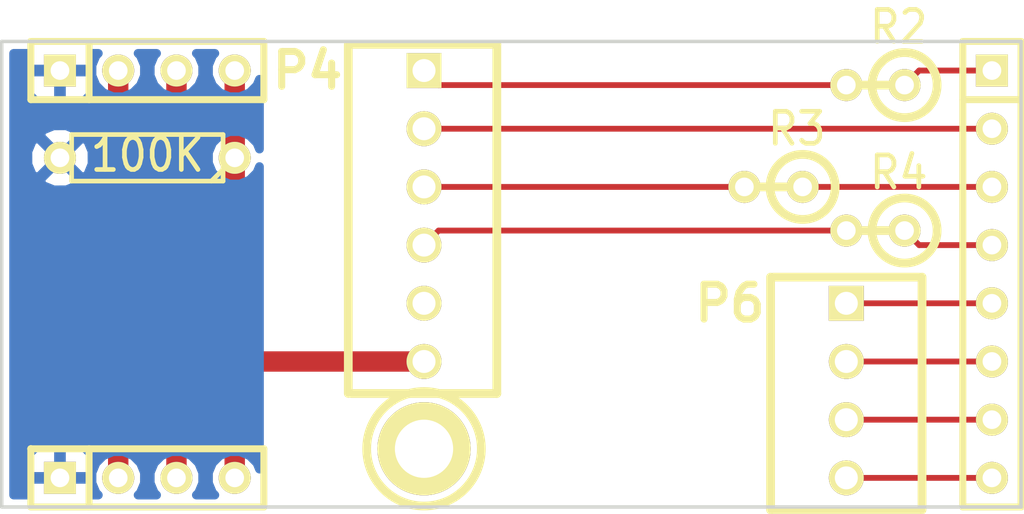
<source format=kicad_pcb>
(kicad_pcb (version 3) (host pcbnew "(2013-07-07 BZR 4022)-stable")

  (general
    (links 18)
    (no_connects 0)
    (area 221.843599 152.39619 267.97127 176.403)
    (thickness 1.6)
    (drawings 4)
    (tracks 21)
    (zones 0)
    (modules 10)
    (nets 16)
  )

  (page A3)
  (layers
    (15 F.Cu signal)
    (0 B.Cu signal)
    (16 B.Adhes user)
    (17 F.Adhes user)
    (18 B.Paste user)
    (19 F.Paste user)
    (20 B.SilkS user)
    (21 F.SilkS user)
    (22 B.Mask user)
    (23 F.Mask user)
    (24 Dwgs.User user)
    (25 Cmts.User user)
    (26 Eco1.User user)
    (27 Eco2.User user)
    (28 Edge.Cuts user)
  )

  (setup
    (last_trace_width 0.889)
    (user_trace_width 0.889)
    (trace_clearance 0.254)
    (zone_clearance 0.254)
    (zone_45_only no)
    (trace_min 0.254)
    (segment_width 0.2)
    (edge_width 0.15)
    (via_size 0.889)
    (via_drill 0.635)
    (via_min_size 0.889)
    (via_min_drill 0.508)
    (uvia_size 0.508)
    (uvia_drill 0.127)
    (uvias_allowed no)
    (uvia_min_size 0.508)
    (uvia_min_drill 0.127)
    (pcb_text_width 0.3)
    (pcb_text_size 1.5 1.5)
    (mod_edge_width 0.15)
    (mod_text_size 1.5 1.5)
    (mod_text_width 0.15)
    (pad_size 1.4 1.4)
    (pad_drill 0.6)
    (pad_to_mask_clearance 0.2)
    (aux_axis_origin 0 0)
    (visible_elements 7FFFFFFF)
    (pcbplotparams
      (layerselection 3178497)
      (usegerberextensions true)
      (excludeedgelayer true)
      (linewidth 0.150000)
      (plotframeref false)
      (viasonmask false)
      (mode 1)
      (useauxorigin false)
      (hpglpennumber 1)
      (hpglpenspeed 20)
      (hpglpendiameter 15)
      (hpglpenoverlay 2)
      (psnegative false)
      (psa4output false)
      (plotreference true)
      (plotvalue true)
      (plotothertext true)
      (plotinvisibletext false)
      (padsonsilk false)
      (subtractmaskfromsilk false)
      (outputformat 1)
      (mirror false)
      (drillshape 1)
      (scaleselection 1)
      (outputdirectory ""))
  )

  (net 0 "")
  (net 1 +12V1)
  (net 2 +5V)
  (net 3 /P0)
  (net 4 /P1)
  (net 5 /P2)
  (net 6 /P3)
  (net 7 /P4)
  (net 8 /P5)
  (net 9 /P6)
  (net 10 /P7)
  (net 11 /SPI_CLK)
  (net 12 /SPI_MOSI)
  (net 13 /SPI_SSEL)
  (net 14 GND)
  (net 15 GNDPWR)

  (net_class Default "This is the default net class."
    (clearance 0.254)
    (trace_width 0.254)
    (via_dia 0.889)
    (via_drill 0.635)
    (uvia_dia 0.508)
    (uvia_drill 0.127)
    (add_net "")
    (add_net +12V1)
    (add_net +5V)
    (add_net /P0)
    (add_net /P1)
    (add_net /P2)
    (add_net /P3)
    (add_net /P4)
    (add_net /P5)
    (add_net /P6)
    (add_net /P7)
    (add_net /SPI_CLK)
    (add_net /SPI_MOSI)
    (add_net /SPI_SSEL)
    (add_net GND)
    (add_net GNDPWR)
  )

  (module SIL-8 (layer F.Cu) (tedit 55B553FB) (tstamp 55B54AF8)
    (at 264.16 165.1 270)
    (descr "Connecteur 8 pins")
    (tags "CONN DEV")
    (path /55B15C94)
    (fp_text reference P5 (at 0 0 270) (layer F.SilkS) hide
      (effects (font (size 1.72974 1.08712) (thickness 0.27178)))
    )
    (fp_text value CONN_8 (at 0 0 270) (layer F.SilkS) hide
      (effects (font (size 1.524 1.016) (thickness 0.254)))
    )
    (fp_line (start -10.16 -1.27) (end 10.16 -1.27) (layer F.SilkS) (width 0.3048))
    (fp_line (start 10.16 -1.27) (end 10.16 1.27) (layer F.SilkS) (width 0.3048))
    (fp_line (start 10.16 1.27) (end -10.16 1.27) (layer F.SilkS) (width 0.3048))
    (fp_line (start -10.16 1.27) (end -10.16 -1.27) (layer F.SilkS) (width 0.3048))
    (fp_line (start -7.62 1.27) (end -7.62 -1.27) (layer F.SilkS) (width 0.3048))
    (pad 1 thru_hole rect (at -8.89 0 270) (size 1.397 1.397) (drill 0.8128)
      (layers *.Cu *.Mask F.SilkS)
      (net 3 /P0)
    )
    (pad 2 thru_hole circle (at -6.35 0 270) (size 1.397 1.397) (drill 0.8128)
      (layers *.Cu *.Mask F.SilkS)
      (net 4 /P1)
    )
    (pad 3 thru_hole circle (at -3.81 0 270) (size 1.397 1.397) (drill 0.8128)
      (layers *.Cu *.Mask F.SilkS)
      (net 5 /P2)
    )
    (pad 4 thru_hole circle (at -1.27 0 270) (size 1.397 1.397) (drill 0.8128)
      (layers *.Cu *.Mask F.SilkS)
      (net 6 /P3)
    )
    (pad 5 thru_hole circle (at 1.27 0 270) (size 1.397 1.397) (drill 0.8128)
      (layers *.Cu *.Mask F.SilkS)
      (net 7 /P4)
    )
    (pad 6 thru_hole circle (at 3.81 0 270) (size 1.397 1.397) (drill 0.8128)
      (layers *.Cu *.Mask F.SilkS)
      (net 8 /P5)
    )
    (pad 7 thru_hole circle (at 6.35 0 270) (size 1.397 1.397) (drill 0.8128)
      (layers *.Cu *.Mask F.SilkS)
      (net 9 /P6)
    )
    (pad 8 thru_hole circle (at 8.89 0 270) (size 1.397 1.397) (drill 0.8128)
      (layers *.Cu *.Mask F.SilkS)
      (net 10 /P7)
    )
  )

  (module SIL-4 (layer F.Cu) (tedit 55B553DA) (tstamp 55B54B07)
    (at 227.33 173.99)
    (descr "Connecteur 4 pibs")
    (tags "CONN DEV")
    (path /55B16234)
    (fp_text reference P2 (at 0 0) (layer F.SilkS) hide
      (effects (font (size 1.73482 1.08712) (thickness 0.27178)))
    )
    (fp_text value CONN_4 (at 0 0) (layer F.SilkS) hide
      (effects (font (size 1.524 1.016) (thickness 0.3048)))
    )
    (fp_line (start -5.08 -1.27) (end -5.08 -1.27) (layer F.SilkS) (width 0.3048))
    (fp_line (start -5.08 1.27) (end -5.08 -1.27) (layer F.SilkS) (width 0.3048))
    (fp_line (start -5.08 -1.27) (end -5.08 -1.27) (layer F.SilkS) (width 0.3048))
    (fp_line (start -5.08 -1.27) (end 5.08 -1.27) (layer F.SilkS) (width 0.3048))
    (fp_line (start 5.08 -1.27) (end 5.08 1.27) (layer F.SilkS) (width 0.3048))
    (fp_line (start 5.08 1.27) (end -5.08 1.27) (layer F.SilkS) (width 0.3048))
    (fp_line (start -2.54 1.27) (end -2.54 -1.27) (layer F.SilkS) (width 0.3048))
    (pad 1 thru_hole rect (at -3.81 0) (size 1.397 1.397) (drill 0.8128)
      (layers *.Cu *.Mask F.SilkS)
      (net 15 GNDPWR)
    )
    (pad 2 thru_hole circle (at -1.27 0) (size 1.397 1.397) (drill 0.8128)
      (layers *.Cu *.Mask F.SilkS)
      (net 1 +12V1)
    )
    (pad 3 thru_hole circle (at 1.27 0) (size 1.397 1.397) (drill 0.8128)
      (layers *.Cu *.Mask F.SilkS)
      (net 2 +5V)
    )
    (pad 4 thru_hole circle (at 3.81 0) (size 1.397 1.397) (drill 0.8128)
      (layers *.Cu *.Mask F.SilkS)
      (net 14 GND)
    )
  )

  (module SIL-4 (layer F.Cu) (tedit 55B553CC) (tstamp 55B54B16)
    (at 227.33 156.21)
    (descr "Connecteur 4 pibs")
    (tags "CONN DEV")
    (path /55B1623E)
    (fp_text reference P3 (at 0 0) (layer F.SilkS) hide
      (effects (font (size 1.73482 1.08712) (thickness 0.27178)))
    )
    (fp_text value CONN_4 (at 0 0) (layer F.SilkS) hide
      (effects (font (size 1.524 1.016) (thickness 0.3048)))
    )
    (fp_line (start -5.08 -1.27) (end -5.08 -1.27) (layer F.SilkS) (width 0.3048))
    (fp_line (start -5.08 1.27) (end -5.08 -1.27) (layer F.SilkS) (width 0.3048))
    (fp_line (start -5.08 -1.27) (end -5.08 -1.27) (layer F.SilkS) (width 0.3048))
    (fp_line (start -5.08 -1.27) (end 5.08 -1.27) (layer F.SilkS) (width 0.3048))
    (fp_line (start 5.08 -1.27) (end 5.08 1.27) (layer F.SilkS) (width 0.3048))
    (fp_line (start 5.08 1.27) (end -5.08 1.27) (layer F.SilkS) (width 0.3048))
    (fp_line (start -2.54 1.27) (end -2.54 -1.27) (layer F.SilkS) (width 0.3048))
    (pad 1 thru_hole rect (at -3.81 0) (size 1.397 1.397) (drill 0.8128)
      (layers *.Cu *.Mask F.SilkS)
      (net 15 GNDPWR)
    )
    (pad 2 thru_hole circle (at -1.27 0) (size 1.397 1.397) (drill 0.8128)
      (layers *.Cu *.Mask F.SilkS)
      (net 1 +12V1)
    )
    (pad 3 thru_hole circle (at 1.27 0) (size 1.397 1.397) (drill 0.8128)
      (layers *.Cu *.Mask F.SilkS)
      (net 2 +5V)
    )
    (pad 4 thru_hole circle (at 3.81 0) (size 1.397 1.397) (drill 0.8128)
      (layers *.Cu *.Mask F.SilkS)
      (net 14 GND)
    )
  )

  (module R1 (layer F.Cu) (tedit 200000) (tstamp 55B54B1E)
    (at 259.08 156.845 180)
    (descr "Resistance verticale")
    (tags R)
    (path /55B1776F)
    (autoplace_cost90 10)
    (autoplace_cost180 10)
    (fp_text reference R2 (at -1.016 2.54 180) (layer F.SilkS)
      (effects (font (size 1.397 1.27) (thickness 0.2032)))
    )
    (fp_text value 480 (at -1.143 2.54 180) (layer F.SilkS) hide
      (effects (font (size 1.397 1.27) (thickness 0.2032)))
    )
    (fp_line (start -1.27 0) (end 1.27 0) (layer F.SilkS) (width 0.381))
    (fp_circle (center -1.27 0) (end -0.635 1.27) (layer F.SilkS) (width 0.381))
    (pad 1 thru_hole circle (at -1.27 0 180) (size 1.397 1.397) (drill 0.8128)
      (layers *.Cu *.Mask F.SilkS)
      (net 3 /P0)
    )
    (pad 2 thru_hole circle (at 1.27 0 180) (size 1.397 1.397) (drill 0.8128)
      (layers *.Cu *.Mask F.SilkS)
      (net 12 /SPI_MOSI)
    )
    (model discret/verti_resistor.wrl
      (at (xyz 0 0 0))
      (scale (xyz 1 1 1))
      (rotate (xyz 0 0 0))
    )
  )

  (module R1 (layer F.Cu) (tedit 200000) (tstamp 55B54B2E)
    (at 254.635 161.29 180)
    (descr "Resistance verticale")
    (tags R)
    (path /55B549FF)
    (autoplace_cost90 10)
    (autoplace_cost180 10)
    (fp_text reference R3 (at -1.016 2.54 180) (layer F.SilkS)
      (effects (font (size 1.397 1.27) (thickness 0.2032)))
    )
    (fp_text value 480 (at -1.143 2.54 180) (layer F.SilkS) hide
      (effects (font (size 1.397 1.27) (thickness 0.2032)))
    )
    (fp_line (start -1.27 0) (end 1.27 0) (layer F.SilkS) (width 0.381))
    (fp_circle (center -1.27 0) (end -0.635 1.27) (layer F.SilkS) (width 0.381))
    (pad 1 thru_hole circle (at -1.27 0 180) (size 1.397 1.397) (drill 0.8128)
      (layers *.Cu *.Mask F.SilkS)
      (net 5 /P2)
    )
    (pad 2 thru_hole circle (at 1.27 0 180) (size 1.397 1.397) (drill 0.8128)
      (layers *.Cu *.Mask F.SilkS)
      (net 11 /SPI_CLK)
    )
    (model discret/verti_resistor.wrl
      (at (xyz 0 0 0))
      (scale (xyz 1 1 1))
      (rotate (xyz 0 0 0))
    )
  )

  (module R1 (layer F.Cu) (tedit 200000) (tstamp 55B54B36)
    (at 259.08 163.195 180)
    (descr "Resistance verticale")
    (tags R)
    (path /55B54B6D)
    (autoplace_cost90 10)
    (autoplace_cost180 10)
    (fp_text reference R4 (at -1.016 2.54 180) (layer F.SilkS)
      (effects (font (size 1.397 1.27) (thickness 0.2032)))
    )
    (fp_text value 480 (at -1.143 2.54 180) (layer F.SilkS) hide
      (effects (font (size 1.397 1.27) (thickness 0.2032)))
    )
    (fp_line (start -1.27 0) (end 1.27 0) (layer F.SilkS) (width 0.381))
    (fp_circle (center -1.27 0) (end -0.635 1.27) (layer F.SilkS) (width 0.381))
    (pad 1 thru_hole circle (at -1.27 0 180) (size 1.397 1.397) (drill 0.8128)
      (layers *.Cu *.Mask F.SilkS)
      (net 6 /P3)
    )
    (pad 2 thru_hole circle (at 1.27 0 180) (size 1.397 1.397) (drill 0.8128)
      (layers *.Cu *.Mask F.SilkS)
      (net 13 /SPI_SSEL)
    )
    (model discret/verti_resistor.wrl
      (at (xyz 0 0 0))
      (scale (xyz 1 1 1))
      (rotate (xyz 0 0 0))
    )
  )

  (module 00_th1x6x100-lock (layer F.Cu) (tedit 55B5543A) (tstamp 55B54B44)
    (at 239.395 162.56 270)
    (path /55B546BB)
    (fp_text reference P4 (at -6.35 5.08 360) (layer F.SilkS)
      (effects (font (size 1.524 1.524) (thickness 0.3048)))
    )
    (fp_text value CONN_6 (at 0 2.54 270) (layer F.SilkS) hide
      (effects (font (size 1.524 1.524) (thickness 0.3048)))
    )
    (fp_line (start -7.493 -3.175) (end 7.747 -3.175) (layer F.SilkS) (width 0.381))
    (fp_line (start -7.493 3.302) (end 7.747 3.302) (layer F.SilkS) (width 0.381))
    (fp_line (start 7.747 -3.175) (end 7.747 3.175) (layer F.SilkS) (width 0.381))
    (fp_line (start -7.493 3.175) (end -7.493 -3.175) (layer F.SilkS) (width 0.381))
    (pad 1 thru_hole rect (at -6.35 0 270) (size 1.524 1.524) (drill 1.00076)
      (layers *.Cu *.Mask F.SilkS)
      (net 12 /SPI_MOSI)
    )
    (pad 2 thru_hole circle (at -3.81 0 270) (size 1.524 1.524) (drill 1.00076)
      (layers *.Cu *.Mask F.SilkS)
      (net 4 /P1)
    )
    (pad 3 thru_hole circle (at -1.27 0 270) (size 1.524 1.524) (drill 1.00076)
      (layers *.Cu *.Mask F.SilkS)
      (net 11 /SPI_CLK)
    )
    (pad 4 thru_hole circle (at 1.27 0 270) (size 1.524 1.524) (drill 1.00076)
      (layers *.Cu *.Mask F.SilkS)
      (net 13 /SPI_SSEL)
    )
    (pad 5 thru_hole circle (at 3.81 0 270) (size 1.524 1.524) (drill 1.00076)
      (layers *.Cu *.Mask F.SilkS)
    )
    (pad 6 thru_hole circle (at 6.35 0 270) (size 1.524 1.524) (drill 1.00076)
      (layers *.Cu *.Mask F.SilkS)
      (net 14 GND)
    )
  )

  (module 00_th1x4x100-lock (layer F.Cu) (tedit 55B55441) (tstamp 55B54B50)
    (at 257.81 170.18 270)
    (path /55B54C71)
    (fp_text reference P6 (at -3.81 5.08 360) (layer F.SilkS)
      (effects (font (size 1.524 1.524) (thickness 0.3048)))
    )
    (fp_text value CONN_4 (at 0 2.54 270) (layer F.SilkS) hide
      (effects (font (size 1.524 1.524) (thickness 0.3048)))
    )
    (fp_line (start -4.953 3.302) (end 5.207 3.302) (layer F.SilkS) (width 0.381))
    (fp_line (start -4.953 -3.302) (end 5.207 -3.302) (layer F.SilkS) (width 0.381))
    (fp_line (start 5.207 -3.175) (end 5.207 3.175) (layer F.SilkS) (width 0.381))
    (fp_line (start -4.953 3.175) (end -4.953 -3.175) (layer F.SilkS) (width 0.381))
    (pad 1 thru_hole rect (at -3.81 0 270) (size 1.524 1.524) (drill 1.00076)
      (layers *.Cu *.Mask F.SilkS)
      (net 7 /P4)
    )
    (pad 2 thru_hole circle (at -1.27 0 270) (size 1.524 1.524) (drill 1.00076)
      (layers *.Cu *.Mask F.SilkS)
      (net 8 /P5)
    )
    (pad 3 thru_hole circle (at 1.27 0 270) (size 1.524 1.524) (drill 1.00076)
      (layers *.Cu *.Mask F.SilkS)
      (net 9 /P6)
    )
    (pad 4 thru_hole circle (at 3.81 0 270) (size 1.524 1.524) (drill 1.00076)
      (layers *.Cu *.Mask F.SilkS)
      (net 10 /P7)
    )
  )

  (module 00_mtg_hole-2-56 (layer F.Cu) (tedit 55B553E2) (tstamp 55B54B56)
    (at 239.395 172.72)
    (descr "module 1 pin (ou trou mecanique de percage)")
    (tags DEV)
    (path /55B18CB8)
    (fp_text reference P1 (at 0 0) (layer F.SilkS) hide
      (effects (font (size 1.016 1.016) (thickness 0.254)))
    )
    (fp_text value TST (at 0 0) (layer F.SilkS) hide
      (effects (font (size 1.016 1.016) (thickness 0.254)))
    )
    (fp_circle (center 0 0) (end -2.49936 0) (layer F.SilkS) (width 0.381))
    (pad 1 thru_hole circle (at 0 0) (size 4.064 4.064) (drill 2.54)
      (layers *.Cu *.Mask F.SilkS)
    )
  )

  (module R3 (layer F.Cu) (tedit 4E4C0E65) (tstamp 55B54CEC)
    (at 227.33 160.02 180)
    (descr "Resitance 3 pas")
    (tags R)
    (path /55B1880D)
    (autoplace_cost180 10)
    (fp_text reference R1 (at 0 0.127 180) (layer F.SilkS) hide
      (effects (font (size 1.397 1.27) (thickness 0.2032)))
    )
    (fp_text value 100K (at 0 0.127 180) (layer F.SilkS)
      (effects (font (size 1.397 1.27) (thickness 0.2032)))
    )
    (fp_line (start -3.81 0) (end -3.302 0) (layer F.SilkS) (width 0.2032))
    (fp_line (start 3.81 0) (end 3.302 0) (layer F.SilkS) (width 0.2032))
    (fp_line (start 3.302 0) (end 3.302 -1.016) (layer F.SilkS) (width 0.2032))
    (fp_line (start 3.302 -1.016) (end -3.302 -1.016) (layer F.SilkS) (width 0.2032))
    (fp_line (start -3.302 -1.016) (end -3.302 1.016) (layer F.SilkS) (width 0.2032))
    (fp_line (start -3.302 1.016) (end 3.302 1.016) (layer F.SilkS) (width 0.2032))
    (fp_line (start 3.302 1.016) (end 3.302 0) (layer F.SilkS) (width 0.2032))
    (fp_line (start -3.302 -0.508) (end -2.794 -1.016) (layer F.SilkS) (width 0.2032))
    (pad 1 thru_hole circle (at -3.81 0 180) (size 1.397 1.397) (drill 0.8128)
      (layers *.Cu *.Mask F.SilkS)
      (net 14 GND)
    )
    (pad 2 thru_hole circle (at 3.81 0 180) (size 1.397 1.397) (drill 0.8128)
      (layers *.Cu *.Mask F.SilkS)
      (net 15 GNDPWR)
    )
    (model discret/resistor.wrl
      (at (xyz 0 0 0))
      (scale (xyz 0.3 0.3 0.3))
      (rotate (xyz 0 0 0))
    )
  )

  (gr_line (start 265.43 154.94) (end 220.98 154.94) (angle 90) (layer Edge.Cuts) (width 0.15))
  (gr_line (start 265.43 175.26) (end 265.43 154.94) (angle 90) (layer Edge.Cuts) (width 0.15))
  (gr_line (start 220.98 175.26) (end 265.43 175.26) (angle 90) (layer Edge.Cuts) (width 0.15))
  (gr_line (start 220.98 154.94) (end 220.98 175.26) (angle 90) (layer Edge.Cuts) (width 0.15))

  (segment (start 226.06 156.21) (end 226.06 173.99) (width 0.889) (layer F.Cu) (net 1) (status C00000))
  (segment (start 228.6 156.21) (end 228.6 173.99) (width 0.889) (layer F.Cu) (net 2) (status C00000))
  (segment (start 264.16 156.21) (end 260.985 156.21) (width 0.254) (layer F.Cu) (net 3))
  (segment (start 260.985 156.21) (end 260.35 156.845) (width 0.254) (layer F.Cu) (net 3) (tstamp 55B54CAF))
  (segment (start 264.16 158.75) (end 239.395 158.75) (width 0.254) (layer F.Cu) (net 4))
  (segment (start 264.16 161.29) (end 255.905 161.29) (width 0.254) (layer F.Cu) (net 5))
  (segment (start 264.16 163.83) (end 260.985 163.83) (width 0.254) (layer F.Cu) (net 6))
  (segment (start 260.985 163.83) (end 260.35 163.195) (width 0.254) (layer F.Cu) (net 6) (tstamp 55B54CC5))
  (segment (start 264.16 166.37) (end 257.81 166.37) (width 0.254) (layer F.Cu) (net 7))
  (segment (start 264.16 168.91) (end 257.81 168.91) (width 0.254) (layer F.Cu) (net 8))
  (segment (start 264.16 171.45) (end 257.81 171.45) (width 0.254) (layer F.Cu) (net 9))
  (segment (start 264.16 173.99) (end 257.81 173.99) (width 0.254) (layer F.Cu) (net 10))
  (segment (start 253.365 161.29) (end 239.395 161.29) (width 0.254) (layer F.Cu) (net 11))
  (segment (start 257.81 156.845) (end 240.03 156.845) (width 0.254) (layer F.Cu) (net 12))
  (segment (start 240.03 156.845) (end 239.395 156.21) (width 0.254) (layer F.Cu) (net 12) (tstamp 55B54CB1))
  (segment (start 257.81 163.195) (end 240.03 163.195) (width 0.254) (layer F.Cu) (net 13))
  (segment (start 240.03 163.195) (end 239.395 163.83) (width 0.254) (layer F.Cu) (net 13) (tstamp 55B54CC7))
  (segment (start 239.395 168.91) (end 231.14 168.91) (width 0.889) (layer F.Cu) (net 14) (status 400000))
  (segment (start 231.14 160.02) (end 231.14 168.91) (width 0.889) (layer F.Cu) (net 14) (status 400000))
  (segment (start 231.14 168.91) (end 231.14 173.99) (width 0.889) (layer F.Cu) (net 14) (tstamp 55B55348) (status 800000))
  (segment (start 231.14 156.21) (end 231.14 160.02) (width 0.889) (layer F.Cu) (net 14) (status C00000))

  (zone (net 15) (net_name GNDPWR) (layer B.Cu) (tstamp 55B55367) (hatch edge 0.508)
    (connect_pads (clearance 0.254))
    (min_thickness 0.381)
    (fill (arc_segments 16) (thermal_gap 0.508) (thermal_bridge_width 0.508))
    (polygon
      (pts
        (xy 232.41 154.94) (xy 232.41 175.26) (xy 220.98 175.26) (xy 220.98 154.94)
      )
    )
    (filled_polygon
      (pts
        (xy 232.2195 173.609481) (xy 232.109553 173.343389) (xy 231.788302 173.021577) (xy 231.368354 172.8472) (xy 230.913641 172.846803)
        (xy 230.493389 173.020447) (xy 230.171577 173.341698) (xy 229.9972 173.761646) (xy 229.996803 174.216359) (xy 230.170447 174.636611)
        (xy 230.274154 174.7405) (xy 229.466046 174.7405) (xy 229.568423 174.638302) (xy 229.7428 174.218354) (xy 229.743197 173.763641)
        (xy 229.569553 173.343389) (xy 229.248302 173.021577) (xy 228.828354 172.8472) (xy 228.373641 172.846803) (xy 227.953389 173.020447)
        (xy 227.631577 173.341698) (xy 227.4572 173.761646) (xy 227.456803 174.216359) (xy 227.630447 174.636611) (xy 227.734154 174.7405)
        (xy 226.926046 174.7405) (xy 227.028423 174.638302) (xy 227.2028 174.218354) (xy 227.203197 173.763641) (xy 227.029553 173.343389)
        (xy 226.708302 173.021577) (xy 226.288354 172.8472) (xy 225.833641 172.846803) (xy 225.413389 173.020447) (xy 225.091577 173.341698)
        (xy 224.918459 173.758613) (xy 224.918459 160.290436) (xy 224.917121 160.03922) (xy 224.917121 156.770169) (xy 224.917 156.448125)
        (xy 224.742375 156.2735) (xy 223.5835 156.2735) (xy 223.5835 157.432375) (xy 223.758125 157.607) (xy 224.356831 157.607121)
        (xy 224.613652 157.501005) (xy 224.810314 157.304685) (xy 224.916879 157.04805) (xy 224.917121 156.770169) (xy 224.917121 160.03922)
        (xy 224.915499 159.734682) (xy 224.708516 159.234983) (xy 224.447461 159.182342) (xy 224.357658 159.272145) (xy 224.357658 159.092539)
        (xy 224.305017 158.831484) (xy 223.790436 158.621541) (xy 223.4565 158.623319) (xy 223.4565 157.432375) (xy 223.4565 156.2735)
        (xy 222.297625 156.2735) (xy 222.123 156.448125) (xy 222.122879 156.770169) (xy 222.123121 157.04805) (xy 222.229686 157.304685)
        (xy 222.426348 157.501005) (xy 222.683169 157.607121) (xy 223.281875 157.607) (xy 223.4565 157.432375) (xy 223.4565 158.623319)
        (xy 223.234682 158.624501) (xy 222.734983 158.831484) (xy 222.682342 159.092539) (xy 223.52 159.930197) (xy 224.357658 159.092539)
        (xy 224.357658 159.272145) (xy 223.609803 160.02) (xy 224.447461 160.857658) (xy 224.708516 160.805017) (xy 224.918459 160.290436)
        (xy 224.918459 173.758613) (xy 224.9172 173.761646) (xy 224.917121 173.85213) (xy 224.917121 173.429831) (xy 224.916879 173.15195)
        (xy 224.810314 172.895315) (xy 224.613652 172.698995) (xy 224.357658 172.59322) (xy 224.357658 160.947461) (xy 223.52 160.109803)
        (xy 223.430197 160.199606) (xy 223.430197 160.02) (xy 222.592539 159.182342) (xy 222.331484 159.234983) (xy 222.121541 159.749564)
        (xy 222.124501 160.305318) (xy 222.331484 160.805017) (xy 222.592539 160.857658) (xy 223.430197 160.02) (xy 223.430197 160.199606)
        (xy 222.682342 160.947461) (xy 222.734983 161.208516) (xy 223.249564 161.418459) (xy 223.805318 161.415499) (xy 224.305017 161.208516)
        (xy 224.357658 160.947461) (xy 224.357658 172.59322) (xy 224.356831 172.592879) (xy 223.758125 172.593) (xy 223.5835 172.767625)
        (xy 223.5835 173.9265) (xy 224.742375 173.9265) (xy 224.917 173.751875) (xy 224.917121 173.429831) (xy 224.917121 173.85213)
        (xy 224.916803 174.216359) (xy 225.090447 174.636611) (xy 225.194154 174.7405) (xy 224.916955 174.7405) (xy 224.917121 174.550169)
        (xy 224.917 174.228125) (xy 224.742375 174.0535) (xy 223.5835 174.0535) (xy 223.5835 174.0735) (xy 223.4565 174.0735)
        (xy 223.4565 174.0535) (xy 223.4565 173.9265) (xy 223.4565 172.767625) (xy 223.281875 172.593) (xy 222.683169 172.592879)
        (xy 222.426348 172.698995) (xy 222.229686 172.895315) (xy 222.123121 173.15195) (xy 222.122879 173.429831) (xy 222.123 173.751875)
        (xy 222.297625 173.9265) (xy 223.4565 173.9265) (xy 223.4565 174.0535) (xy 222.297625 174.0535) (xy 222.123 174.228125)
        (xy 222.122879 174.550169) (xy 222.123044 174.7405) (xy 221.4995 174.7405) (xy 221.4995 155.4595) (xy 222.123044 155.4595)
        (xy 222.122879 155.649831) (xy 222.123 155.971875) (xy 222.297625 156.1465) (xy 223.4565 156.1465) (xy 223.4565 156.1265)
        (xy 223.5835 156.1265) (xy 223.5835 156.1465) (xy 224.742375 156.1465) (xy 224.917 155.971875) (xy 224.917121 155.649831)
        (xy 224.916955 155.4595) (xy 225.193953 155.4595) (xy 225.091577 155.561698) (xy 224.9172 155.981646) (xy 224.916803 156.436359)
        (xy 225.090447 156.856611) (xy 225.411698 157.178423) (xy 225.831646 157.3528) (xy 226.286359 157.353197) (xy 226.706611 157.179553)
        (xy 227.028423 156.858302) (xy 227.2028 156.438354) (xy 227.203197 155.983641) (xy 227.029553 155.563389) (xy 226.925845 155.4595)
        (xy 227.733953 155.4595) (xy 227.631577 155.561698) (xy 227.4572 155.981646) (xy 227.456803 156.436359) (xy 227.630447 156.856611)
        (xy 227.951698 157.178423) (xy 228.371646 157.3528) (xy 228.826359 157.353197) (xy 229.246611 157.179553) (xy 229.568423 156.858302)
        (xy 229.7428 156.438354) (xy 229.743197 155.983641) (xy 229.569553 155.563389) (xy 229.465845 155.4595) (xy 230.273953 155.4595)
        (xy 230.171577 155.561698) (xy 229.9972 155.981646) (xy 229.996803 156.436359) (xy 230.170447 156.856611) (xy 230.491698 157.178423)
        (xy 230.911646 157.3528) (xy 231.366359 157.353197) (xy 231.786611 157.179553) (xy 232.108423 156.858302) (xy 232.2195 156.590797)
        (xy 232.2195 159.639481) (xy 232.109553 159.373389) (xy 231.788302 159.051577) (xy 231.368354 158.8772) (xy 230.913641 158.876803)
        (xy 230.493389 159.050447) (xy 230.171577 159.371698) (xy 229.9972 159.791646) (xy 229.996803 160.246359) (xy 230.170447 160.666611)
        (xy 230.491698 160.988423) (xy 230.911646 161.1628) (xy 231.366359 161.163197) (xy 231.786611 160.989553) (xy 232.108423 160.668302)
        (xy 232.2195 160.400797) (xy 232.2195 173.609481)
      )
    )
  )
)

</source>
